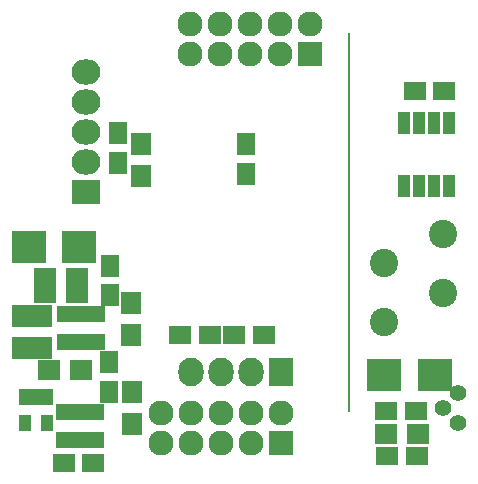
<source format=gts>
G04 #@! TF.FileFunction,Soldermask,Top*
%FSLAX46Y46*%
G04 Gerber Fmt 4.6, Leading zero omitted, Abs format (unit mm)*
G04 Created by KiCad (PCBNEW 4.0.7) date 05/10/18 10:09:07*
%MOMM*%
%LPD*%
G01*
G04 APERTURE LIST*
%ADD10C,0.200000*%
%ADD11R,2.127200X2.432000*%
%ADD12O,2.127200X2.432000*%
%ADD13R,2.127200X2.127200*%
%ADD14O,2.127200X2.127200*%
%ADD15R,1.650000X1.900000*%
%ADD16R,1.900000X1.650000*%
%ADD17R,1.000000X1.950000*%
%ADD18R,2.432000X2.127200*%
%ADD19O,2.432000X2.127200*%
%ADD20R,1.700000X1.900000*%
%ADD21R,1.960000X1.050000*%
%ADD22R,1.050000X1.460000*%
%ADD23C,1.400760*%
%ADD24R,4.100000X1.380000*%
%ADD25C,2.400000*%
%ADD26R,1.900000X1.700000*%
%ADD27R,2.900000X2.700000*%
G04 APERTURE END LIST*
D10*
X115000000Y-68000000D02*
X115000000Y-100000000D01*
D11*
X109250000Y-96750000D03*
D12*
X106710000Y-96750000D03*
X104170000Y-96750000D03*
X101630000Y-96750000D03*
D13*
X111750000Y-69750000D03*
D14*
X111750000Y-67210000D03*
X109210000Y-69750000D03*
X109210000Y-67210000D03*
X106670000Y-69750000D03*
X106670000Y-67210000D03*
X104130000Y-69750000D03*
X104130000Y-67210000D03*
X101590000Y-69750000D03*
X101590000Y-67210000D03*
D15*
X95440000Y-79010000D03*
X95440000Y-76510000D03*
D16*
X103230000Y-93540000D03*
X100730000Y-93540000D03*
X105310000Y-93540000D03*
X107810000Y-93540000D03*
D17*
X123525000Y-75600000D03*
X122255000Y-75600000D03*
X120985000Y-75600000D03*
X119715000Y-75600000D03*
X119715000Y-81000000D03*
X120985000Y-81000000D03*
X122255000Y-81000000D03*
X123525000Y-81000000D03*
D15*
X106340000Y-79930000D03*
X106340000Y-77430000D03*
D16*
X120590000Y-72920000D03*
X123090000Y-72920000D03*
X120750000Y-103810000D03*
X118250000Y-103810000D03*
D15*
X94767400Y-90200800D03*
X94767400Y-87700800D03*
X94716600Y-98405000D03*
X94716600Y-95905000D03*
D16*
X93401200Y-104394000D03*
X90901200Y-104394000D03*
D13*
X109250000Y-102750000D03*
D14*
X109250000Y-100210000D03*
X106710000Y-102750000D03*
X106710000Y-100210000D03*
X104170000Y-102750000D03*
X104170000Y-100210000D03*
X101630000Y-102750000D03*
X101630000Y-100210000D03*
X99090000Y-102750000D03*
X99090000Y-100210000D03*
D18*
X92740000Y-81460000D03*
D19*
X92740000Y-78920000D03*
X92740000Y-76380000D03*
X92740000Y-73840000D03*
X92740000Y-71300000D03*
D20*
X97460000Y-80100000D03*
X97460000Y-77400000D03*
X89077800Y-94669600D03*
X89077800Y-91969600D03*
X87350600Y-91969600D03*
X87350600Y-94669600D03*
D21*
X89328000Y-88432600D03*
X89328000Y-89382600D03*
X89328000Y-90332600D03*
X92028000Y-90332600D03*
X92028000Y-88432600D03*
X92028000Y-89382600D03*
D22*
X89494400Y-98798200D03*
X88544400Y-98798200D03*
X87594400Y-98798200D03*
X87594400Y-100998200D03*
X89494400Y-100998200D03*
D23*
X123010000Y-99790000D03*
X124280000Y-101060000D03*
X124280000Y-98520000D03*
D24*
X92379800Y-91829800D03*
X92379800Y-94199800D03*
X92278200Y-100110200D03*
X92278200Y-102480200D03*
D25*
X123000000Y-90000000D03*
X118000000Y-92500000D03*
X123000000Y-85000000D03*
X118000000Y-87500000D03*
D20*
X96596200Y-90852000D03*
X96596200Y-93552000D03*
D26*
X92307400Y-96545400D03*
X89607400Y-96545400D03*
D16*
X118180800Y-100025200D03*
X120680800Y-100025200D03*
D20*
X96621600Y-98421200D03*
X96621600Y-101121200D03*
D26*
X118182400Y-101955600D03*
X120882400Y-101955600D03*
D27*
X92200000Y-86100000D03*
X87900000Y-86100000D03*
X117980000Y-96990000D03*
X122280000Y-96990000D03*
M02*

</source>
